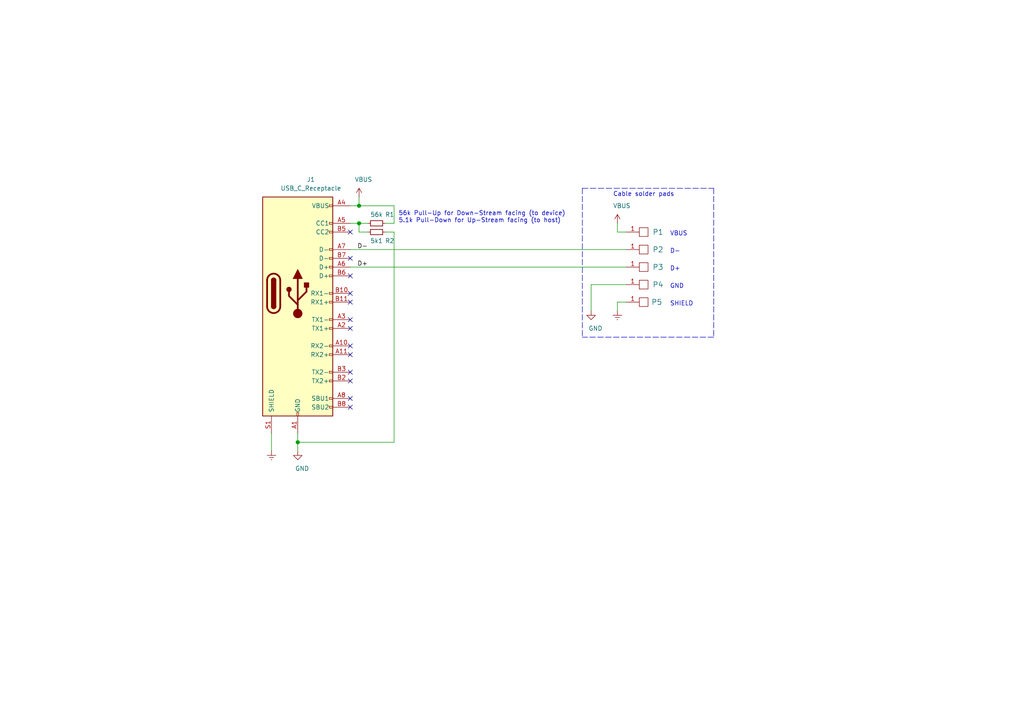
<source format=kicad_sch>
(kicad_sch (version 20230121) (generator eeschema)
  (paper "A4")
  (title_block (title "USB-C Paddle Card") (rev "R1") (company "1BitSquared") (comment 1 "(C) 2020 1BitSquared <info@1bitsquared.com>") (comment 2 "(C) 2020 Piotr Esden-Tempski <piotr@esden.net>") (comment 3 "License: CC-BY-SA 4.0"))
  (lib_symbols
    (symbol "Connector:USB_C_Receptacle" (pin_names (offset 1.016))
      (property "Reference" "J" (at -10.16 29.21 0))
      (property "Value" "USB_C_Receptacle" (at 10.16 29.21 0))
      (symbol "USB_C_Receptacle_0_0"
        (rectangle (start -0.254 -35.56) (end 0.254 -34.544))
        (rectangle (start 10.16 -32.766) (end 9.144 -33.274))
        (rectangle (start 10.16 -30.226) (end 9.144 -30.734))
        (rectangle (start 10.16 -25.146) (end 9.144 -25.654))
        (rectangle (start 10.16 -22.606) (end 9.144 -23.114))
        (rectangle (start 10.16 -17.526) (end 9.144 -18.034))
        (rectangle (start 10.16 -14.986) (end 9.144 -15.494))
        (rectangle (start 10.16 -9.906) (end 9.144 -10.414))
        (rectangle (start 10.16 -7.366) (end 9.144 -7.874))
        (rectangle (start 10.16 -2.286) (end 9.144 -2.794))
        (rectangle (start 10.16 0.254) (end 9.144 -0.254))
        (rectangle (start 10.16 5.334) (end 9.144 4.826))
        (rectangle (start 10.16 7.874) (end 9.144 7.366))
        (rectangle (start 10.16 10.414) (end 9.144 9.906))
        (rectangle (start 10.16 12.954) (end 9.144 12.446))
        (rectangle (start 10.16 18.034) (end 9.144 17.526))
        (rectangle (start 10.16 20.574) (end 9.144 20.066))
        (rectangle (start 10.16 25.654) (end 9.144 25.146))
      )
      (symbol "USB_C_Receptacle_0_1"
        (rectangle (start -10.16 27.94) (end 10.16 -35.56) (stroke (width 0.254)) (fill (type background)))
        (arc (start -8.89 -3.81) (mid -6.985 -5.7067) (end -5.08 -3.81) (stroke (width 0.508)))
        (arc (start -7.62 -3.81) (mid -6.985 -4.4423) (end -6.35 -3.81) (stroke (width 0.254)))
        (arc (start -7.62 -3.81) (mid -6.985 -4.4423) (end -6.35 -3.81) (stroke (width 0.254)) (fill (type outline)))
        (rectangle (start -7.62 -3.81) (end -6.35 3.81) (stroke (width 0.254)) (fill (type outline)))
        (arc (start -6.35 3.81) (mid -6.985 4.4423) (end -7.62 3.81) (stroke (width 0.254)))
        (arc (start -6.35 3.81) (mid -6.985 4.4423) (end -7.62 3.81) (stroke (width 0.254)) (fill (type outline)))
        (arc (start -5.08 3.81) (mid -6.985 5.7067) (end -8.89 3.81) (stroke (width 0.508)))
        (polyline (pts (xy -8.89 -3.81) (xy -8.89 3.81)) (stroke (width 0.508)))
        (polyline (pts (xy -5.08 3.81) (xy -5.08 -3.81)) (stroke (width 0.508)))
      )
      (symbol "USB_C_Receptacle_1_1"
        (circle (center -2.54 1.143) (radius 0.635) (stroke (width 0.254)) (fill (type outline)))
        (circle (center 0 -5.842) (radius 1.27) (fill (type outline)))
        (polyline (pts (xy 0 -5.842) (xy 0 4.318)) (stroke (width 0.508)))
        (polyline (pts (xy 0 -3.302) (xy -2.54 -0.762) (xy -2.54 0.508)) (stroke (width 0.508)))
        (polyline (pts (xy 0 -2.032) (xy 2.54 0.508) (xy 2.54 1.778)) (stroke (width 0.508)))
        (polyline (pts (xy -1.27 4.318) (xy 0 6.858) (xy 1.27 4.318) (xy -1.27 4.318)) (stroke (width 0.254)) (fill (type outline)))
        (rectangle (start 1.905 1.778) (end 3.175 3.048) (stroke (width 0.254)) (fill (type outline)))
        (pin passive line (at 0 -40.64 90) (length 5.08) (name "GND") (number "A1"))
        (pin bidirectional line (at 15.24 -15.24 180) (length 5.08) (name "RX2-") (number "A10"))
        (pin bidirectional line (at 15.24 -17.78 180) (length 5.08) (name "RX2+") (number "A11"))
        (pin passive line (at 0 -40.64 90) (length 5.08) hide (name "GND") (number "A12"))
        (pin bidirectional line (at 15.24 -10.16 180) (length 5.08) (name "TX1+") (number "A2"))
        (pin bidirectional line (at 15.24 -7.62 180) (length 5.08) (name "TX1-") (number "A3"))
        (pin passive line (at 15.24 25.4 180) (length 5.08) (name "VBUS") (number "A4"))
        (pin bidirectional line (at 15.24 20.32 180) (length 5.08) (name "CC1") (number "A5"))
        (pin bidirectional line (at 15.24 7.62 180) (length 5.08) (name "D+") (number "A6"))
        (pin bidirectional line (at 15.24 12.7 180) (length 5.08) (name "D-") (number "A7"))
        (pin bidirectional line (at 15.24 -30.48 180) (length 5.08) (name "SBU1") (number "A8"))
        (pin passive line (at 15.24 25.4 180) (length 5.08) hide (name "VBUS") (number "A9"))
        (pin passive line (at 0 -40.64 90) (length 5.08) hide (name "GND") (number "B1"))
        (pin bidirectional line (at 15.24 0 180) (length 5.08) (name "RX1-") (number "B10"))
        (pin bidirectional line (at 15.24 -2.54 180) (length 5.08) (name "RX1+") (number "B11"))
        (pin passive line (at 0 -40.64 90) (length 5.08) hide (name "GND") (number "B12"))
        (pin bidirectional line (at 15.24 -25.4 180) (length 5.08) (name "TX2+") (number "B2"))
        (pin bidirectional line (at 15.24 -22.86 180) (length 5.08) (name "TX2-") (number "B3"))
        (pin passive line (at 15.24 25.4 180) (length 5.08) hide (name "VBUS") (number "B4"))
        (pin bidirectional line (at 15.24 17.78 180) (length 5.08) (name "CC2") (number "B5"))
        (pin bidirectional line (at 15.24 5.08 180) (length 5.08) (name "D+") (number "B6"))
        (pin bidirectional line (at 15.24 10.16 180) (length 5.08) (name "D-") (number "B7"))
        (pin bidirectional line (at 15.24 -33.02 180) (length 5.08) (name "SBU2") (number "B8"))
        (pin passive line (at 15.24 25.4 180) (length 5.08) hide (name "VBUS") (number "B9"))
        (pin passive line (at -7.62 -40.64 90) (length 5.08) (name "SHIELD") (number "S1"))
      )
    )
    (symbol "pkl_device:pkl_R_Small" (pin_numbers hide) (pin_names (offset 0.254) hide)
      (property "Reference" "R" (at 0.762 0.508 0))
      (property "Value" "pkl_R_Small" (at 0.762 -1.016 0))
      (symbol "pkl_R_Small_0_1"
        (rectangle (start -0.762 1.778) (end 0.762 -1.778) (stroke (width 0.2032)))
      )
      (symbol "pkl_R_Small_1_1"
        (pin passive line (at 0 2.54 270) (length 0.762) (name "~") (number "1"))
        (pin passive line (at 0 -2.54 90) (length 0.762) (name "~") (number "2"))
      )
    )
    (symbol "pkl_misc:PAD_SMD" (pin_names (offset 1.016) hide)
      (property "Reference" "P" (at 0 -3.81 0))
      (property "Value" "PAD_SMD" (at 0 3.81 0))
      (symbol "PAD_SMD_0_1"
        (rectangle (start -1.27 1.27) (end 1.27 -1.27))
      )
      (symbol "PAD_SMD_1_1"
        (pin input line (at -5.08 0 0) (length 3.81) (name "PAD") (number "1"))
      )
    )
    (symbol "power:Earth" (power) (pin_names (offset 0))
      (symbol "Earth_0_1"
        (polyline (pts (xy -0.635 -1.905) (xy 0.635 -1.905)))
        (polyline (pts (xy -0.127 -2.54) (xy 0.127 -2.54)))
        (polyline (pts (xy 0 -1.27) (xy 0 0)))
        (polyline (pts (xy 1.27 -1.27) (xy -1.27 -1.27)))
      )
      (symbol "Earth_1_1"
        (pin power_in line (at 0 0 270) (length 0) hide (name "Earth") (number "1"))
      )
    )
    (symbol "power:GND" (power) (pin_names (offset 0))
      (property "Value" "GND" (at 0 -3.81 0))
      (symbol "GND_0_1"
        (polyline (pts (xy 0 0) (xy 0 -1.27) (xy 1.27 -1.27) (xy 0 -2.54) (xy -1.27 -1.27) (xy 0 -1.27)))
      )
      (symbol "GND_1_1"
        (pin power_in line (at 0 0 270) (length 0) hide (name "GND") (number "1"))
      )
    )
    (symbol "power:VBUS" (power) (pin_names (offset 0))
      (property "Value" "VBUS" (at 0 3.81 0))
      (symbol "VBUS_0_1"
        (polyline (pts (xy -0.762 1.27) (xy 0 2.54)))
        (polyline (pts (xy 0 0) (xy 0 2.54)))
        (polyline (pts (xy 0 2.54) (xy 0.762 1.27)))
      )
      (symbol "VBUS_1_1"
        (pin power_in line (at 0 0 90) (length 0) hide (name "VBUS") (number "1"))
      )
    )
  )
  (junction (at 104.14 59.69) (diameter 1.016))
  (junction (at 86.36 128.27) (diameter 1.016))
  (junction (at 104.14 64.77) (diameter 1.016))
  (no_connect (at 101.6 115.57))
  (no_connect (at 101.6 95.25))
  (no_connect (at 101.6 102.87))
  (no_connect (at 101.6 118.11))
  (no_connect (at 101.6 92.71))
  (no_connect (at 101.6 85.09))
  (no_connect (at 101.6 67.31))
  (no_connect (at 101.6 110.49))
  (no_connect (at 101.6 100.33))
  (no_connect (at 101.6 87.63))
  (no_connect (at 101.6 107.95))
  (no_connect (at 101.6 74.93))
  (no_connect (at 101.6 80.01))
  (polyline (pts (xy 207.01 54.61) (xy 207.01 97.79)) (stroke (width 0) (type dash)))
  (wire (pts (xy 171.45 82.55) (xy 171.45 90.17)))
  (wire (pts (xy 101.6 77.47) (xy 181.61 77.47)))
  (wire (pts (xy 106.68 67.31) (xy 104.14 67.31)))
  (wire (pts (xy 86.36 130.81) (xy 86.36 128.27)))
  (wire (pts (xy 179.07 87.63) (xy 179.07 90.17)))
  (wire (pts (xy 101.6 72.39) (xy 181.61 72.39)))
  (wire (pts (xy 104.14 59.69) (xy 104.14 57.15)))
  (wire (pts (xy 111.76 64.77) (xy 114.3 64.77)))
  (polyline (pts (xy 207.01 97.79) (xy 168.91 97.79)) (stroke (width 0) (type dash)))
  (wire (pts (xy 86.36 128.27) (xy 114.3 128.27)))
  (wire (pts (xy 104.14 59.69) (xy 114.3 59.69)))
  (polyline (pts (xy 168.91 54.61) (xy 168.91 97.79)) (stroke (width 0) (type dash)))
  (wire (pts (xy 114.3 64.77) (xy 114.3 59.69)))
  (wire (pts (xy 104.14 64.77) (xy 106.68 64.77)))
  (wire (pts (xy 78.74 130.81) (xy 78.74 125.73)))
  (wire (pts (xy 114.3 67.31) (xy 111.76 67.31)))
  (wire (pts (xy 101.6 59.69) (xy 104.14 59.69)))
  (wire (pts (xy 179.07 87.63) (xy 181.61 87.63)))
  (wire (pts (xy 104.14 67.31) (xy 104.14 64.77)))
  (wire (pts (xy 181.61 67.31) (xy 179.07 67.31)))
  (wire (pts (xy 179.07 67.31) (xy 179.07 64.77)))
  (wire (pts (xy 101.6 64.77) (xy 104.14 64.77)))
  (polyline (pts (xy 168.91 54.61) (xy 207.01 54.61)) (stroke (width 0) (type dash)))
  (wire (pts (xy 114.3 128.27) (xy 114.3 67.31)))
  (wire (pts (xy 171.45 82.55) (xy 181.61 82.55)))
  (wire (pts (xy 86.36 128.27) (xy 86.36 125.73)))
  (text "D+" (at 194.31 78.74 0) (effects (font (size 1.27 1.27)) (justify left bottom)))
  (text "SHIELD" (at 194.31 88.9 0) (effects (font (size 1.27 1.27)) (justify left bottom)))
  (text "VBUS" (at 194.31 68.58 0) (effects (font (size 1.27 1.27)) (justify left bottom)))
  (text "Cable solder pads" (at 177.8 57.15 0) (effects (font (size 1.27 1.27)) (justify left bottom)))
  (text "GND" (at 194.31 83.82 0) (effects (font (size 1.27 1.27)) (justify left bottom)))
  (text "56k Pull-Up for Down-Stream facing (to device)\n5.1k Pull-Down for Up-Stream facing (to host)" (at 115.57 64.77 0) (effects (font (size 1.27 1.27)) (justify left bottom)))
  (text "D-" (at 194.31 73.66 0) (effects (font (size 1.27 1.27)) (justify left bottom)))
  (label "D-" (at 106.68 72.39 180))
  (label "D+" (at 106.68 77.47 180))
  (symbol (lib_id "power:GND") (at 86.36 130.81 0) (unit 1)
    (property "Reference" "#PWR0102" (effects hide))
    (property "Value" "GND" (at 87.63 135.89 0))
  )
  (symbol (lib_id "pkl_misc:PAD_SMD") (at 186.69 82.55 0) (unit 1)
    (property "Reference" "P4" (at 189.23 82.55 0) (effects (font (size 1.524 1.524)) (justify left)))
    (property "Value" "PAD_SMD" (effects hide))
    (property "Footprint" "pkl_pads:PAD_SMD_1.2x2.5" (effects hide))
  )
  (symbol (lib_id "pkl_misc:PAD_SMD") (at 186.69 67.31 0) (unit 1)
    (property "Reference" "P1" (at 189.23 67.31 0) (effects (font (size 1.524 1.524)) (justify left)))
    (property "Value" "PAD_SMD" (effects hide))
    (property "Footprint" "pkl_pads:PAD_SMD_1.2x2.5" (effects hide))
  )
  (symbol (lib_id "pkl_device:pkl_R_Small") (at 109.22 64.77 90) (unit 1)
    (property "Reference" "R1" (at 113.03 62.23 90))
    (property "Value" "56k" (at 109.22 62.23 90))
    (property "Footprint" "pkl_dipol:R_0402" (effects hide))
  )
  (symbol (lib_id "power:Earth") (at 179.07 90.17 0) (unit 1)
    (property "Reference" "#PWR0105" (effects hide))
    (property "Value" "Earth" (effects hide))
  )
  (symbol (lib_id "power:VBUS") (at 179.07 64.77 0) (unit 1)
    (property "Reference" "#PWR0104" (effects hide))
    (property "Value" "VBUS" (at 180.34 59.69 0))
  )
  (symbol (lib_id "pkl_misc:PAD_SMD") (at 186.69 77.47 0) (unit 1)
    (property "Reference" "P3" (at 189.23 77.47 0) (effects (font (size 1.524 1.524)) (justify left)))
    (property "Value" "PAD_SMD" (effects hide))
    (property "Footprint" "pkl_pads:PAD_SMD_1.2x2.5" (effects hide))
  )
  (symbol (lib_id "Connector:USB_C_Receptacle") (at 86.36 85.09 0) (unit 1)
    (property "Reference" "J1" (at 90.17 52.07 0))
    (property "Value" "USB_C_Receptacle" (at 90.17 54.61 0))
    (property "Footprint" "pkl_connectors:USB_C_Plug_CNC_C-AW10-AK5V50" (effects hide))
    (property "Datasheet" "https://www.usb.org/sites/default/files/documents/usb_type-c.zip" (effects hide))
  )
  (symbol (lib_id "power:Earth") (at 78.74 130.81 0) (unit 1)
    (property "Reference" "#PWR0101" (effects hide))
    (property "Value" "Earth" (effects hide))
  )
  (symbol (lib_id "pkl_misc:PAD_SMD") (at 186.69 72.39 0) (unit 1)
    (property "Reference" "P2" (at 189.23 72.39 0) (effects (font (size 1.524 1.524)) (justify left)))
    (property "Value" "PAD_SMD" (effects hide))
    (property "Footprint" "pkl_pads:PAD_SMD_1.2x2.5" (effects hide))
  )
  (symbol (lib_id "pkl_device:pkl_R_Small") (at 109.22 67.31 90) (unit 1)
    (property "Reference" "R2" (at 113.03 69.85 90))
    (property "Value" "5k1" (at 109.22 69.85 90))
    (property "Footprint" "pkl_dipol:R_0402" (effects hide))
  )
  (symbol (lib_id "power:GND") (at 171.45 90.17 0) (unit 1)
    (property "Reference" "#PWR0106" (effects hide))
    (property "Value" "GND" (at 172.72 95.25 0))
  )
  (symbol (lib_id "pkl_misc:PAD_SMD") (at 186.69 87.63 0) (unit 1)
    (property "Reference" "P5" (at 190.5 87.63 0) (effects (font (size 1.524 1.524))))
    (property "Value" "PAD_SMD" (effects hide))
    (property "Footprint" "pkl_pads:PAD_SMD_1.2x2.5" (effects hide))
  )
  (symbol (lib_id "power:VBUS") (at 104.14 57.15 0) (unit 1)
    (property "Reference" "#PWR0103" (effects hide))
    (property "Value" "VBUS" (at 105.41 52.07 0))
  )
)
</source>
